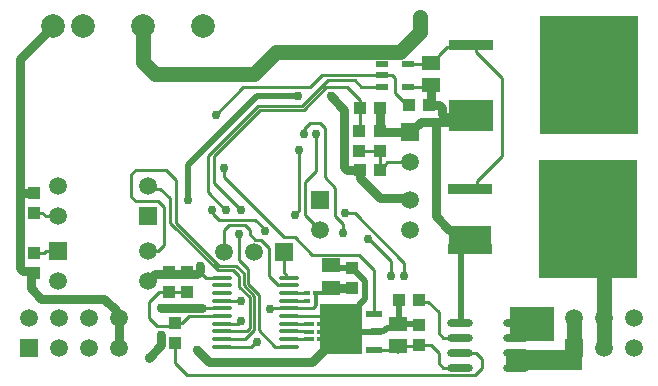
<source format=gtl>
G04*
G04 #@! TF.GenerationSoftware,Altium Limited,Altium Designer,24.5.2 (23)*
G04*
G04 Layer_Physical_Order=1*
G04 Layer_Color=255*
%FSLAX25Y25*%
%MOIN*%
G70*
G04*
G04 #@! TF.SameCoordinates,CB4C24F7-EE71-4198-96C3-8168C5EFC23F*
G04*
G04*
G04 #@! TF.FilePolarity,Positive*
G04*
G01*
G75*
%ADD13C,0.01000*%
%ADD18R,0.03937X0.04331*%
%ADD19R,0.33071X0.39764*%
%ADD20R,0.15158X0.03740*%
%ADD21R,0.04331X0.03937*%
%ADD22R,0.03937X0.02362*%
%ADD23O,0.07087X0.01378*%
%ADD24O,0.08661X0.02362*%
%ADD25R,0.05512X0.02362*%
%ADD26R,0.07087X0.02362*%
G04:AMPARAMS|DCode=27|XSize=74.8mil|YSize=125.98mil|CornerRadius=0mil|HoleSize=0mil|Usage=FLASHONLY|Rotation=270.000|XOffset=0mil|YOffset=0mil|HoleType=Round|Shape=Octagon|*
%AMOCTAGOND27*
4,1,8,0.06299,0.01870,0.06299,-0.01870,0.04429,-0.03740,-0.04429,-0.03740,-0.06299,-0.01870,-0.06299,0.01870,-0.04429,0.03740,0.04429,0.03740,0.06299,0.01870,0.0*
%
%ADD27OCTAGOND27*%

%ADD28R,0.05906X0.05118*%
%ADD53C,0.03000*%
%ADD54C,0.02000*%
%ADD55C,0.05000*%
%ADD56R,0.03500X0.01531*%
%ADD57R,0.02496X0.01531*%
%ADD58R,0.03890X0.01531*%
%ADD59R,0.14000X0.17000*%
%ADD60R,0.14000X0.07000*%
%ADD61R,0.14500X0.08500*%
%ADD62R,0.15000X0.11500*%
%ADD63R,0.25500X0.07000*%
%ADD64R,0.05906X0.05906*%
%ADD65C,0.05906*%
%ADD66C,0.07874*%
%ADD67R,0.05906X0.05906*%
%ADD68C,0.03000*%
%ADD69C,0.05000*%
D13*
X54000Y30654D02*
X60000D01*
X60000Y30654D01*
X56000Y20346D02*
X56077Y20423D01*
X55154Y19500D02*
X56000Y20346D01*
X50653Y30654D02*
X54000D01*
X128000Y36000D02*
Y41000D01*
X120621Y48379D02*
X128000Y41000D01*
X116000Y57000D02*
X132500Y40500D01*
Y36000D02*
Y40500D01*
X105000Y103000D02*
X125000D01*
X78826Y99000D02*
X101000D01*
X105000Y103000D01*
X69666Y89840D02*
X78826Y99000D01*
X69000Y76000D02*
X84500Y91500D01*
X67000Y76000D02*
X83850Y92850D01*
X107000Y101500D02*
X116000D01*
X83850Y92850D02*
X98350D01*
X117654Y84654D02*
Y94819D01*
X98350Y92850D02*
X107000Y101500D01*
X84500Y91500D02*
X99000D01*
X106500Y99000D02*
X113472D01*
X99000Y91500D02*
X106500Y99000D01*
X125000Y103000D02*
X128500D01*
X132032Y94468D02*
X132685D01*
X129500Y97000D02*
X132032Y94468D01*
X132685D02*
X134153Y93000D01*
X129500Y97000D02*
Y102000D01*
X128500Y103000D02*
X129500Y102000D01*
X94221Y20161D02*
X99839D01*
X100000Y20000D01*
X94221Y15043D02*
X94232Y15032D01*
X100013D01*
X94221Y17602D02*
X99898D01*
X100000Y17500D01*
X94221Y27839D02*
X100339D01*
X100500Y28000D01*
X94221Y30398D02*
X100398D01*
X100500Y30500D01*
X102806Y26232D02*
Y30035D01*
X102105Y25280D02*
X103213Y26388D01*
Y30190D02*
X103478Y30456D01*
X103213Y26388D02*
Y30190D01*
X103478Y30456D02*
X106196D01*
X108000Y32260D01*
X94221Y25280D02*
X102105D01*
X87916D02*
X94221D01*
X12347Y43846D02*
X13000Y44500D01*
X17000D01*
X9000Y43846D02*
X12347D01*
X9000D02*
X9653Y44500D01*
X9000Y57153D02*
X11846D01*
X13000Y56000D02*
X17000D01*
X11846Y57153D02*
X13000Y56000D01*
X99032Y83532D02*
X99268Y83768D01*
Y85268D01*
X101000Y87000D01*
X104500D02*
X106000Y85500D01*
X101000Y87000D02*
X104500D01*
X106000Y69000D02*
Y85500D01*
X109500Y55980D02*
Y65500D01*
X106000Y69000D02*
X109500Y65500D01*
Y55980D02*
X112000Y53480D01*
Y50500D02*
Y53480D01*
X112611Y57112D02*
X112723Y57000D01*
X116000D01*
X156000Y3000D02*
X158500Y5500D01*
X56000Y7000D02*
X60000Y3000D01*
X156000D01*
X56000Y7000D02*
Y13654D01*
X158500Y5500D02*
Y8500D01*
X151000Y10500D02*
X156500D01*
X158500Y8500D01*
X145500Y5500D02*
X151000D01*
X144000Y7000D02*
X145500Y5500D01*
X144000Y7000D02*
Y10500D01*
X145500Y15500D02*
X151000D01*
X144000Y17000D02*
X145500Y15500D01*
X144000Y17000D02*
Y24000D01*
X140500Y27500D02*
X144000Y24000D01*
X137471Y27500D02*
X140500D01*
X156825Y67825D02*
X165000Y76000D01*
Y102000D01*
X156325Y110675D02*
X165000Y102000D01*
X94221Y22720D02*
X106780D01*
X92147D02*
X94221D01*
X129665Y11594D02*
X130606Y10654D01*
X67000Y64000D02*
Y76000D01*
X69000Y67000D02*
Y76000D01*
X72500Y69000D02*
Y72000D01*
X69000Y67000D02*
X78000Y58000D01*
X113472Y99000D02*
X117654Y94819D01*
X65000Y36895D02*
X66395Y35500D01*
X64520Y38480D02*
X65000Y38000D01*
X66395Y35500D02*
X71764D01*
X65000Y36895D02*
Y38000D01*
X71764Y35500D02*
X71780Y35516D01*
X70763Y39500D02*
X76500D01*
X54500Y53854D02*
Y62000D01*
X56500Y53763D02*
Y68000D01*
X54500Y53854D02*
X70354Y38000D01*
X56500Y53763D02*
X70763Y39500D01*
X70354Y38000D02*
X75500D01*
X71780Y12484D02*
X81487D01*
X83168Y14165D02*
X83335D01*
X81487Y12484D02*
X83168Y14165D01*
X47500Y22257D02*
X50257Y19500D01*
X55154D01*
X47500Y22257D02*
Y27500D01*
X79543Y15043D02*
X82500Y18000D01*
X71780Y15043D02*
X79543D01*
X82500Y18000D02*
Y29474D01*
X81000Y18652D02*
Y29065D01*
X79950Y17602D02*
X81000Y18652D01*
X71780Y17602D02*
X79950D01*
X87899Y25263D02*
X87916Y25280D01*
X86021Y51237D02*
Y51682D01*
X82824Y54879D02*
X86021Y51682D01*
X71784Y27834D02*
X77988D01*
X77993Y27830D01*
X84000Y18000D02*
Y29884D01*
X79000Y32974D02*
Y37000D01*
X77500Y32565D02*
Y36000D01*
Y32565D02*
X81000Y29065D01*
X80500Y33384D02*
X84000Y29884D01*
X80500Y33384D02*
Y38500D01*
X71780Y27839D02*
X71784Y27834D01*
X79000Y32974D02*
X82500Y29474D01*
X84000Y18000D02*
X89516Y12484D01*
X71780Y20161D02*
X77161D01*
X78000Y21000D01*
X77459D02*
X78000D01*
X118240Y99260D02*
X125000D01*
X116000Y101500D02*
X118240Y99260D01*
X72500Y69000D02*
X92500Y49000D01*
X68883Y56617D02*
Y57617D01*
X68500Y58000D02*
X68883Y57617D01*
Y56617D02*
X70621Y54879D01*
X67000Y64000D02*
X72879Y58121D01*
X70621Y54879D02*
X82824D01*
X92500Y49000D02*
X96000D01*
X111305Y43149D02*
X111454Y43000D01*
X117500D01*
X101851Y43149D02*
X111305D01*
X96000Y49000D02*
X101851Y43149D01*
X117500Y43000D02*
X122480Y38020D01*
Y23405D02*
Y38020D01*
X120379Y48379D02*
X120621D01*
X96000Y56500D02*
X97500Y58000D01*
X103000Y71000D02*
Y83500D01*
X99500Y67500D02*
X103000Y71000D01*
X97500Y58000D02*
Y78000D01*
X99500Y56500D02*
Y67500D01*
Y56500D02*
X104500Y51500D01*
X82760Y48240D02*
X84760D01*
X81000Y50000D02*
Y51500D01*
Y50000D02*
X82760Y48240D01*
X84760D02*
X87500Y45500D01*
X79500Y53000D02*
X81000Y51500D01*
X72500Y51500D02*
X74000Y53000D01*
X79500D01*
X77500Y41500D02*
Y50000D01*
X87500Y36000D02*
Y45500D01*
X77500Y41500D02*
X80500Y38500D01*
X133662Y99259D02*
X140999D01*
X141500Y99760D01*
X53000Y71500D02*
X56500Y68000D01*
X51264Y65236D02*
X54500Y62000D01*
X47000Y44500D02*
X50500D01*
X52500Y46500D02*
Y59000D01*
X50500Y44500D02*
X52500Y46500D01*
X43000Y71500D02*
X53000D01*
X41500Y70000D02*
X43000Y71500D01*
X41500Y62500D02*
Y70000D01*
Y62500D02*
X43000Y61000D01*
X50500D02*
X52500Y59000D01*
X43000Y61000D02*
X50500D01*
X106780Y22720D02*
X107000Y22500D01*
X72500Y44000D02*
Y51500D01*
X87500Y36000D02*
X90541Y32958D01*
X94219D01*
X94221Y32957D01*
X89516Y12484D02*
X94221D01*
X76500Y39500D02*
X79000Y37000D01*
X75500Y38000D02*
X77500Y36000D01*
X47500Y27500D02*
X50653Y30654D01*
X65220Y25280D02*
X71780D01*
X65000Y25500D02*
X65220Y25280D01*
X130500Y12760D02*
X137106D01*
X137500Y13153D01*
X141347D01*
X144000Y10500D01*
X47764Y65236D02*
X51264D01*
X47000Y66000D02*
X47764Y65236D01*
X56077Y20423D02*
X58423D01*
X60720Y22720D02*
X71780D01*
X58423Y20423D02*
X60720Y22720D01*
X93077Y35690D02*
X93252Y35516D01*
X92500Y37236D02*
X93077Y36659D01*
Y35690D02*
Y36659D01*
X93252Y35516D02*
X94221D01*
X92500Y37236D02*
Y44000D01*
X122480Y11594D02*
X129665D01*
X156825Y66370D02*
Y67825D01*
X154500Y65000D02*
X155455D01*
X156825Y66370D01*
X156325Y110675D02*
Y111630D01*
X154827Y113000D02*
X154955D01*
X156325Y111630D01*
X143953Y109299D02*
Y109693D01*
X141500Y107240D02*
X141894D01*
X154360Y112534D02*
X154827Y113000D01*
X146793Y112534D02*
X154360D01*
X143953Y109693D02*
X146793Y112534D01*
X141894Y107240D02*
X143953Y109299D01*
X133662Y106740D02*
X141000D01*
X141500Y107240D01*
X117500Y84500D02*
X117654Y84654D01*
X117500Y77807D02*
X124500D01*
Y71653D02*
Y77807D01*
X124346Y71500D02*
X124500Y71653D01*
X126012Y73165D02*
X126847Y74000D01*
X134500D01*
X126012Y72969D02*
Y73165D01*
X124543Y71500D02*
X126012Y72969D01*
X16061Y56939D02*
X17000Y56000D01*
D18*
X60000Y37347D02*
D03*
Y30654D02*
D03*
X54000Y30654D02*
D03*
Y37346D02*
D03*
X56000Y13654D02*
D03*
Y20346D02*
D03*
X9000Y57153D02*
D03*
Y63846D02*
D03*
Y43846D02*
D03*
Y37154D02*
D03*
X137500Y13153D02*
D03*
Y19846D02*
D03*
X117500Y77807D02*
D03*
Y84500D02*
D03*
X124500Y77807D02*
D03*
Y84500D02*
D03*
X115000Y32153D02*
D03*
Y38846D02*
D03*
D19*
X193673Y55000D02*
D03*
X194000Y103000D02*
D03*
D20*
X154500Y45000D02*
D03*
Y65000D02*
D03*
X154827Y113000D02*
D03*
Y93000D02*
D03*
D21*
X134153D02*
D03*
X137346Y28000D02*
D03*
X130654D02*
D03*
X140847Y93000D02*
D03*
X117654Y71500D02*
D03*
X124346D02*
D03*
X117654Y92000D02*
D03*
X124346D02*
D03*
D22*
X125000Y103000D02*
D03*
X133662Y106740D02*
D03*
Y99259D02*
D03*
X125000Y106739D02*
D03*
Y99260D02*
D03*
D23*
X94221Y20161D02*
D03*
Y15043D02*
D03*
Y17602D02*
D03*
Y27839D02*
D03*
Y30398D02*
D03*
Y12484D02*
D03*
Y22720D02*
D03*
Y25280D02*
D03*
Y32957D02*
D03*
Y35516D02*
D03*
X71780Y12484D02*
D03*
Y15043D02*
D03*
Y17602D02*
D03*
Y20161D02*
D03*
Y22720D02*
D03*
Y25280D02*
D03*
Y27839D02*
D03*
Y30398D02*
D03*
Y32957D02*
D03*
Y35516D02*
D03*
D24*
X151000Y20500D02*
D03*
Y15500D02*
D03*
Y10500D02*
D03*
Y5500D02*
D03*
X169898Y20500D02*
D03*
Y15500D02*
D03*
Y10500D02*
D03*
Y5500D02*
D03*
D25*
X122480Y11594D02*
D03*
Y23405D02*
D03*
D26*
X121693Y17500D02*
D03*
D27*
X111850D02*
D03*
D28*
X141500Y107240D02*
D03*
Y99760D02*
D03*
X130500Y12760D02*
D03*
Y20240D02*
D03*
X108000Y32260D02*
D03*
Y39740D02*
D03*
D53*
X54000Y36846D02*
X56000D01*
X62000D02*
X63539D01*
X111717Y16367D02*
X112350Y17000D01*
X63500Y11500D02*
X67500Y7500D01*
X101850D01*
X105850Y11500D01*
X106000D01*
Y11650D01*
X111850Y17500D01*
X108000Y32260D02*
X114894D01*
X143000Y87500D02*
X150500D01*
X138000D02*
X143000D01*
Y56000D02*
Y87500D01*
X147500Y51500D02*
X149000D01*
X143000Y56000D02*
X147500Y51500D01*
X149000D02*
X150500Y50000D01*
X64520Y37828D02*
Y38480D01*
X56000Y36846D02*
X62000D01*
X49434D02*
X54000D01*
X64520Y38480D02*
Y39591D01*
X108000Y96000D02*
X112500Y91500D01*
X63539Y36846D02*
X64520Y37828D01*
X47422Y8922D02*
X51500Y13000D01*
Y16500D01*
Y25500D02*
X65000D01*
X112500Y72500D02*
X113500Y71500D01*
X112500Y72500D02*
Y91500D01*
X113500Y71500D02*
X117654D01*
X134500Y84000D02*
X138000Y87500D01*
X144231Y93000D02*
X145213Y92019D01*
Y89981D02*
X146194Y89000D01*
X149000D01*
X145213Y89981D02*
Y92019D01*
X141032Y93000D02*
X144231D01*
X140847D02*
X141032D01*
X149000Y89000D02*
X150500Y87500D01*
X141500Y93468D02*
Y99760D01*
X141032Y93000D02*
X141500Y93468D01*
X124346Y92000D02*
X124500Y91847D01*
Y84500D02*
Y91847D01*
Y84469D02*
Y84500D01*
X124969Y84000D02*
X134500D01*
X124500Y84469D02*
X124969Y84000D01*
X47087Y34500D02*
X49434Y36846D01*
X47000Y34500D02*
X47087D01*
X124500Y62000D02*
X134000D01*
X134500Y61500D01*
X117837Y68663D02*
Y71316D01*
X117654Y71500D02*
X117837Y71316D01*
Y68663D02*
X124500Y62000D01*
X4500Y63500D02*
Y108500D01*
Y38758D02*
Y63500D01*
X4846Y63846D02*
X9000D01*
X4500Y63500D02*
X4846Y63846D01*
X8531Y37154D02*
Y37777D01*
X4500Y38758D02*
X5481Y37777D01*
X8531D01*
X4500Y108500D02*
X15500Y119500D01*
X8000Y32000D02*
Y37154D01*
Y32000D02*
X11500Y28500D01*
X32500D02*
X36279Y24721D01*
X11500Y28500D02*
X32500D01*
X36279Y24507D02*
Y24721D01*
X37500Y22500D02*
Y23286D01*
X36279Y24507D02*
X37500Y23286D01*
Y12500D02*
Y22500D01*
D54*
X83500Y96000D02*
X97000D01*
X151500Y20500D02*
Y50000D01*
X60500Y73000D02*
X83500Y96000D01*
X119500Y28500D02*
Y34346D01*
X115969Y37681D02*
X116165D01*
X119500Y34346D01*
X121693Y17500D02*
X121874Y17681D01*
X125767D01*
X126885Y18799D02*
X129059D01*
X125767Y17681D02*
X126885Y18799D01*
X129059D02*
X130500Y20240D01*
X130654Y20394D02*
Y28000D01*
X130500Y20240D02*
X130654Y20394D01*
X60500Y61500D02*
Y73000D01*
X116000Y25000D02*
X116500D01*
X117500Y26000D02*
Y26500D01*
X119500Y28500D01*
X115000Y38650D02*
Y38846D01*
X116500Y25000D02*
X117500Y26000D01*
X115000Y38650D02*
X115969Y37681D01*
X108000Y39740D02*
X108894Y38846D01*
X115000D01*
X130500Y20240D02*
X137106D01*
X137500Y19846D01*
D55*
X45500Y107500D02*
X49500Y103500D01*
X77500D01*
X82500D01*
X45500Y107500D02*
Y119500D01*
X137798Y122449D02*
X137841Y122492D01*
X137798Y117492D02*
Y122449D01*
X89771Y110771D02*
X131078D01*
X82500Y103500D02*
X89771Y110771D01*
X131078D02*
X137798Y117492D01*
X189000Y12000D02*
Y22000D01*
X199000Y12000D02*
Y22000D01*
X197500Y50500D02*
Y59500D01*
Y68500D01*
Y41500D02*
Y50500D01*
Y41500D02*
X199000Y40000D01*
Y22000D02*
Y40000D01*
D56*
X100796Y20167D02*
D03*
X100739Y15045D02*
D03*
X100779Y17567D02*
D03*
X105103Y15027D02*
D03*
X105141Y17559D02*
D03*
X105166Y20135D02*
D03*
D57*
X100231Y27860D02*
D03*
X100252Y30446D02*
D03*
D58*
X104251Y30456D02*
D03*
D59*
X111500Y18500D02*
D03*
D60*
X154500Y49500D02*
D03*
D61*
X154750Y88750D02*
D03*
D62*
X175000Y20250D02*
D03*
D63*
X179250Y8000D02*
D03*
D64*
X104500Y61500D02*
D03*
X7500Y12000D02*
D03*
X189000D02*
D03*
X47000Y56000D02*
D03*
X17000Y44500D02*
D03*
X92500Y44000D02*
D03*
D65*
X104500Y51500D02*
D03*
X134500Y61500D02*
D03*
Y51500D02*
D03*
X7500Y22000D02*
D03*
X17500Y12000D02*
D03*
Y22000D02*
D03*
X27500Y12000D02*
D03*
Y22000D02*
D03*
X37500Y12000D02*
D03*
Y22000D02*
D03*
X189000D02*
D03*
X199000Y12000D02*
D03*
Y22000D02*
D03*
X209000Y12000D02*
D03*
Y22000D02*
D03*
X17000Y66000D02*
D03*
Y56000D02*
D03*
X47000Y66000D02*
D03*
Y34500D02*
D03*
Y44500D02*
D03*
X17000Y34500D02*
D03*
X82500Y44000D02*
D03*
X72500D02*
D03*
X134500Y74000D02*
D03*
D66*
X15500Y119500D02*
D03*
X25500D02*
D03*
X45500D02*
D03*
X65500D02*
D03*
D67*
X134500Y84000D02*
D03*
D68*
X128000Y36000D02*
D03*
X132500D02*
D03*
X97000Y96000D02*
D03*
X69666Y89840D02*
D03*
X77500Y103500D02*
D03*
X137841Y122492D02*
D03*
X82500Y103500D02*
D03*
X63500Y11500D02*
D03*
X99032Y83532D02*
D03*
X112000Y50500D02*
D03*
X112611Y57112D02*
D03*
X137798Y117492D02*
D03*
X60500Y61500D02*
D03*
X72500Y72000D02*
D03*
X108000Y96000D02*
D03*
X64520Y39591D02*
D03*
X83335Y14165D02*
D03*
X51500Y16500D02*
D03*
Y25500D02*
D03*
X47422Y8922D02*
D03*
X87899Y25263D02*
D03*
X86021Y51237D02*
D03*
X77993Y27830D02*
D03*
X78000Y21000D02*
D03*
X73250Y58000D02*
D03*
X78000D02*
D03*
X68500D02*
D03*
X120379Y48379D02*
D03*
X96000Y56500D02*
D03*
X103000Y83500D02*
D03*
X77500Y50000D02*
D03*
X97500Y78000D02*
D03*
D69*
X180000Y23500D02*
D03*
Y17500D02*
D03*
X158500Y50000D02*
D03*
X150500D02*
D03*
Y87500D02*
D03*
X158500D02*
D03*
X206000Y68500D02*
D03*
Y59500D02*
D03*
Y50500D02*
D03*
Y41500D02*
D03*
X197500D02*
D03*
Y50500D02*
D03*
Y59500D02*
D03*
Y68500D02*
D03*
X187500Y117000D02*
D03*
Y108000D02*
D03*
Y99000D02*
D03*
Y90000D02*
D03*
X196000Y117000D02*
D03*
Y108000D02*
D03*
Y99000D02*
D03*
Y90000D02*
D03*
X204500D02*
D03*
Y99000D02*
D03*
Y108000D02*
D03*
Y117000D02*
D03*
M02*

</source>
